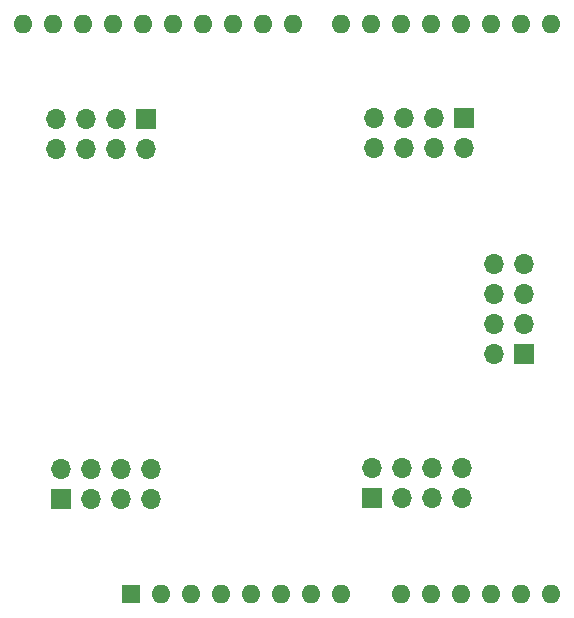
<source format=gbr>
%TF.GenerationSoftware,KiCad,Pcbnew,7.0.1-3b83917a11~172~ubuntu20.04.1*%
%TF.CreationDate,2023-08-11T21:00:57+02:00*%
%TF.ProjectId,PicoShield,5069636f-5368-4696-956c-642e6b696361,rev?*%
%TF.SameCoordinates,Original*%
%TF.FileFunction,Soldermask,Bot*%
%TF.FilePolarity,Negative*%
%FSLAX46Y46*%
G04 Gerber Fmt 4.6, Leading zero omitted, Abs format (unit mm)*
G04 Created by KiCad (PCBNEW 7.0.1-3b83917a11~172~ubuntu20.04.1) date 2023-08-11 21:00:57*
%MOMM*%
%LPD*%
G01*
G04 APERTURE LIST*
%ADD10R,1.700000X1.700000*%
%ADD11O,1.700000X1.700000*%
%ADD12R,1.600000X1.600000*%
%ADD13O,1.600000X1.600000*%
G04 APERTURE END LIST*
D10*
%TO.C,J1*%
X138226800Y-68376800D03*
D11*
X138226800Y-65836800D03*
X140766800Y-68376800D03*
X140766800Y-65836800D03*
X143306800Y-68376800D03*
X143306800Y-65836800D03*
X145846800Y-68376800D03*
X145846800Y-65836800D03*
%TD*%
D10*
%TO.C,J5*%
X172364400Y-36118800D03*
D11*
X172364400Y-38658800D03*
X169824400Y-36118800D03*
X169824400Y-38658800D03*
X167284400Y-36118800D03*
X167284400Y-38658800D03*
X164744400Y-36118800D03*
X164744400Y-38658800D03*
%TD*%
D10*
%TO.C,J2*%
X164541200Y-68275200D03*
D11*
X164541200Y-65735200D03*
X167081200Y-68275200D03*
X167081200Y-65735200D03*
X169621200Y-68275200D03*
X169621200Y-65735200D03*
X172161200Y-68275200D03*
X172161200Y-65735200D03*
%TD*%
D10*
%TO.C,J6*%
X145440400Y-36169600D03*
D11*
X145440400Y-38709600D03*
X142900400Y-36169600D03*
X142900400Y-38709600D03*
X140360400Y-36169600D03*
X140360400Y-38709600D03*
X137820400Y-36169600D03*
X137820400Y-38709600D03*
%TD*%
D10*
%TO.C,J4*%
X177393600Y-56083200D03*
D11*
X174853600Y-56083200D03*
X177393600Y-53543200D03*
X174853600Y-53543200D03*
X177393600Y-51003200D03*
X174853600Y-51003200D03*
X177393600Y-48463200D03*
X174853600Y-48463200D03*
%TD*%
D12*
%TO.C,A1*%
X144145000Y-76403200D03*
D13*
X146685000Y-76403200D03*
X149225000Y-76403200D03*
X151765000Y-76403200D03*
X154305000Y-76403200D03*
X156845000Y-76403200D03*
X159385000Y-76403200D03*
X161925000Y-76403200D03*
X167005000Y-76403200D03*
X169545000Y-76403200D03*
X172085000Y-76403200D03*
X174625000Y-76403200D03*
X177165000Y-76403200D03*
X179705000Y-76403200D03*
X179705000Y-28143200D03*
X177165000Y-28143200D03*
X174625000Y-28143200D03*
X172085000Y-28143200D03*
X169545000Y-28143200D03*
X167005000Y-28143200D03*
X164465000Y-28143200D03*
X161925000Y-28143200D03*
X157865000Y-28143200D03*
X155325000Y-28143200D03*
X152785000Y-28143200D03*
X150245000Y-28143200D03*
X147705000Y-28143200D03*
X145165000Y-28143200D03*
X142625000Y-28143200D03*
X140085000Y-28143200D03*
X137545000Y-28143200D03*
X135005000Y-28143200D03*
%TD*%
M02*

</source>
